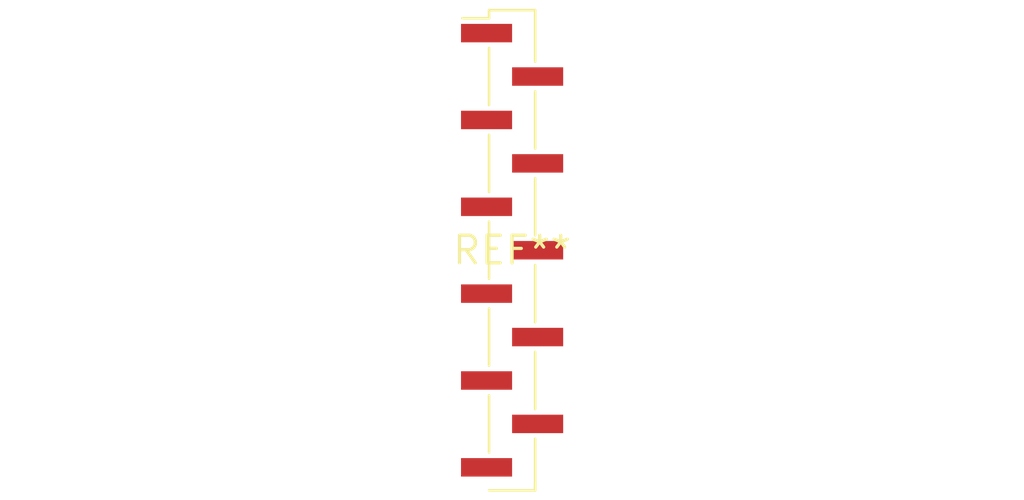
<source format=kicad_pcb>
(kicad_pcb (version 20240108) (generator pcbnew)
  (layers (0 "F.Cu" signal) (31 "B.Cu" signal) (34 "B.Paste" user) (35 "F.Paste" user) (36 "B.SilkS" user "B.Silkscreen") (37 "F.SilkS" user "F.Silkscreen") (38 "B.Mask" user) (39 "F.Mask" user) (44 "Edge.Cuts" user))
  (net 0 "")
  (footprint "PinHeader_1x11_P2.00mm_Vertical_SMD_Pin1Left" (layer "F.Cu") (at 0 0)
    (property "Reference" "REF**")
    (property "Value" "PinHeader_1x11_P2.00mm_Vertical_SMD_Pin1Left")
    (fp_line (start -1.06 -11.06) (end -1.06 -10.685) (layer "F.SilkS") (stroke (width 0.12)))
    (fp_line (start -1.06 -11.06) (end 1.06 -11.06) (layer "F.SilkS") (stroke (width 0.12)))
    (fp_line (start -1.06 -10.685) (end -2.29 -10.685) (layer "F.SilkS") (stroke (width 0.12)))
    (fp_line (start -1.06 -9.315) (end -1.06 -6.685) (layer "F.SilkS") (stroke (width 0.12)))
    (fp_line (start -1.06 -5.315) (end -1.06 -2.685) (layer "F.SilkS") (stroke (width 0.12)))
    (fp_line (start -1.06 -1.315) (end -1.06 1.315) (layer "F.SilkS") (stroke (width 0.12)))
    (fp_line (start -1.06 2.685) (end -1.06 5.315) (layer "F.SilkS") (stroke (width 0.12)))
    (fp_line (start -1.06 6.685) (end -1.06 9.315) (layer "F.SilkS") (stroke (width 0.12)))
    (fp_line (start -1.06 11.06) (end 1.06 11.06) (layer "F.SilkS") (stroke (width 0.12)))
    (fp_line (start 1.06 -11.06) (end 1.06 -8.685) (layer "F.SilkS") (stroke (width 0.12)))
    (fp_line (start 1.06 -7.315) (end 1.06 -4.685) (layer "F.SilkS") (stroke (width 0.12)))
    (fp_line (start 1.06 -3.315) (end 1.06 -0.685) (layer "F.SilkS") (stroke (width 0.12)))
    (fp_line (start 1.06 0.685) (end 1.06 3.315) (layer "F.SilkS") (stroke (width 0.12)))
    (fp_line (start 1.06 4.685) (end 1.06 7.315) (layer "F.SilkS") (stroke (width 0.12)))
    (fp_line (start 1.06 8.685) (end 1.06 11.06) (layer "F.SilkS") (stroke (width 0.12)))
    (fp_line (start 1.06 10.685) (end 1.06 11.06) (layer "F.SilkS") (stroke (width 0.12)))
    (pad "1" smd rect (at -1.175 -10) (size 2.35 0.85) (layers "F.Cu" "F.Paste" "F.Mask"))
    (pad "2" smd rect (at 1.175 -8) (size 2.35 0.85) (layers "F.Cu" "F.Paste" "F.Mask"))
    (pad "3" smd rect (at -1.175 -6) (size 2.35 0.85) (layers "F.Cu" "F.Paste" "F.Mask"))
    (pad "4" smd rect (at 1.175 -4) (size 2.35 0.85) (layers "F.Cu" "F.Paste" "F.Mask"))
    (pad "5" smd rect (at -1.175 -2) (size 2.35 0.85) (layers "F.Cu" "F.Paste" "F.Mask"))
    (pad "6" smd rect (at 1.175 0) (size 2.35 0.85) (layers "F.Cu" "F.Paste" "F.Mask"))
    (pad "7" smd rect (at -1.175 2) (size 2.35 0.85) (layers "F.Cu" "F.Paste" "F.Mask"))
    (pad "8" smd rect (at 1.175 4) (size 2.35 0.85) (layers "F.Cu" "F.Paste" "F.Mask"))
    (pad "9" smd rect (at -1.175 6) (size 2.35 0.85) (layers "F.Cu" "F.Paste" "F.Mask"))
    (pad "10" smd rect (at 1.175 8) (size 2.35 0.85) (layers "F.Cu" "F.Paste" "F.Mask"))
    (pad "11" smd rect (at -1.175 10) (size 2.35 0.85) (layers "F.Cu" "F.Paste" "F.Mask"))
  )
)
</source>
